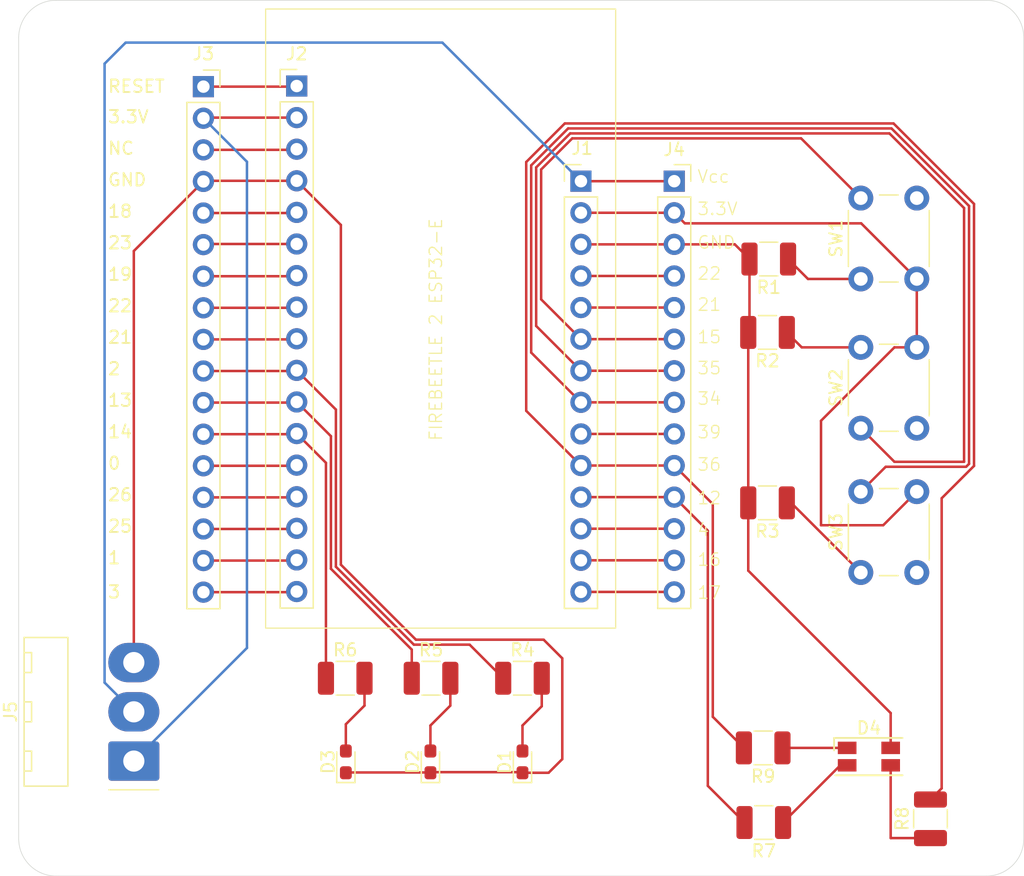
<source format=kicad_pcb>
(kicad_pcb (version 20240108) (generator "pcbnew") (generator_version "8.0")
  (layers (0 "F.Cu" signal) (31 "B.Cu" signal) (34 "B.Paste" user) (35 "F.Paste" user) (36 "B.SilkS" user "B.Silkscreen") (37 "F.SilkS" user "F.Silkscreen") (38 "B.Mask" user) (39 "F.Mask" user) (44 "Edge.Cuts" user))
  (net 0 "")
  (net 1 "Net-(D1-A)")
  (net 2 "GND")
  (net 3 "Net-(D2-A)")
  (net 4 "Net-(D3-A)")
  (net 5 "Net-(D4-BA)")
  (net 6 "Net-(D4-RA)")
  (net 7 "/12")
  (net 8 "/34")
  (net 9 "/35")
  (net 10 "/15")
  (net 11 "/17")
  (net 12 "/3.3V")
  (net 13 "/36")
  (net 14 "/16")
  (net 15 "/Vcc")
  (net 16 "/21")
  (net 17 "/22")
  (net 18 "/39")
  (net 19 "/4")
  (net 20 "/13")
  (net 21 "/26")
  (net 22 "/1")
  (net 23 "/RESET")
  (net 24 "/0")
  (net 25 "/nothing")
  (net 26 "/14")
  (net 27 "/3")
  (net 28 "/19")
  (net 29 "/23")
  (net 30 "/25")
  (net 31 "/2")
  (net 32 "/18")
  (net 33 "Net-(D4-GA)")
  (footprint "LED_SMD:LED_0603_1608Metric_Pad1.05x0.95mm_HandSolder" (layer "F.Cu") (at 112.5 98.325 90)
    (property "Reference" "D3" (at 0 -1.43 90) (layer "F.SilkS"))
    (property "Value" "Green")
    (fp_line (start 0.8 -0.735) (end -1.66 -0.735) (stroke (width 0.12)) (layer "F.SilkS"))
    (fp_line (start -1.66 -0.735) (end -1.66 0.735) (stroke (width 0.12)) (layer "F.SilkS"))
    (fp_line (start -1.66 0.735) (end 0.8 0.735) (stroke (width 0.12)) (layer "F.SilkS"))
    (pad "1" smd roundrect (at -0.875 0 90) (size 1.05 0.95) (layers "F.Cu" "F.Paste" "F.Mask") (net 2 "GND"))
    (pad "2" smd roundrect (at 0.875 0 90) (size 1.05 0.95) (layers "F.Cu" "F.Paste" "F.Mask") (net 4 "Net-(D3-A)"))
  )
  (footprint "Button_Switch_THT:SW_PUSH_6mm" (layer "F.Cu") (at 153.9 59.5 90)
    (property "Reference" "SW1" (at 3.25 -2 90) (layer "F.SilkS"))
    (property "Value" "Front-to-Back")
    (fp_line (start 5.5 -1) (end 1 -1) (stroke (width 0.12)) (layer "F.SilkS"))
    (fp_line (start -0.25 1.5) (end -0.25 3) (stroke (width 0.12)) (layer "F.SilkS"))
    (fp_line (start 6.75 3) (end 6.75 1.5) (stroke (width 0.12)) (layer "F.SilkS"))
    (fp_line (start 1 5.5) (end 5.5 5.5) (stroke (width 0.12)) (layer "F.SilkS"))
    (pad "1" thru_hole circle (at 0 0 180) (size 2 2) (drill 1.1) (layers "*.Cu" "*.Mask") (net 10 "/15"))
    (pad "1" thru_hole circle (at 6.5 0 180) (size 2 2) (drill 1.1) (layers "*.Cu" "*.Mask") (net 10 "/15"))
    (pad "2" thru_hole circle (at 0 4.5 180) (size 2 2) (drill 1.1) (layers "*.Cu" "*.Mask") (net 12 "/3.3V"))
    (pad "2" thru_hole circle (at 6.5 4.5 180) (size 2 2) (drill 1.1) (layers "*.Cu" "*.Mask") (net 12 "/3.3V"))
  )
  (footprint "Button_Switch_THT:SW_PUSH_6mm" (layer "F.Cu") (at 153.9 71.5 90)
    (property "Reference" "SW2" (at 3.25 -2 90) (layer "F.SilkS"))
    (property "Value" "Back-to-Front")
    (fp_line (start 5.5 -1) (end 1 -1) (stroke (width 0.12)) (layer "F.SilkS"))
    (fp_line (start -0.25 1.5) (end -0.25 3) (stroke (width 0.12)) (layer "F.SilkS"))
    (fp_line (start 6.75 3) (end 6.75 1.5) (stroke (width 0.12)) (layer "F.SilkS"))
    (fp_line (start 1 5.5) (end 5.5 5.5) (stroke (width 0.12)) (layer "F.SilkS"))
    (pad "1" thru_hole circle (at 0 0 180) (size 2 2) (drill 1.1) (layers "*.Cu" "*.Mask") (net 9 "/35"))
    (pad "1" thru_hole circle (at 6.5 0 180) (size 2 2) (drill 1.1) (layers "*.Cu" "*.Mask") (net 9 "/35"))
    (pad "2" thru_hole circle (at 0 4.5 180) (size 2 2) (drill 1.1) (layers "*.Cu" "*.Mask") (net 12 "/3.3V"))
    (pad "2" thru_hole circle (at 6.5 4.5 180) (size 2 2) (drill 1.1) (layers "*.Cu" "*.Mask") (net 12 "/3.3V"))
  )
  (footprint "Resistor_SMD:R_1210_3225Metric_Pad1.30x2.65mm_HandSolder" (layer "F.Cu") (at 146.1 103.2 180)
    (property "Reference" "R7" (at 0 -2.28 0) (layer "F.SilkS"))
    (property "Value" "32.5 Ω")
    (fp_line (start -0.723737 1.355) (end 0.723737 1.355) (stroke (width 0.12)) (layer "F.SilkS"))
    (fp_line (start -0.723737 -1.355) (end 0.723737 -1.355) (stroke (width 0.12)) (layer "F.SilkS"))
    (pad "1" smd roundrect (at -1.55 0 180) (size 1.3 2.65) (layers "F.Cu" "F.Paste" "F.Mask") (roundrect_rratio 0.192308) (net 6 "Net-(D4-RA)"))
    (pad "2" smd roundrect (at 1.55 0 180) (size 1.3 2.65) (layers "F.Cu" "F.Paste" "F.Mask") (roundrect_rratio 0.192308) (net 18 "/39"))
  )
  (footprint "Resistor_SMD:R_1210_3225Metric_Pad1.30x2.65mm_HandSolder" (layer "F.Cu") (at 126.7 91.6)
    (property "Reference" "R4" (at 0 -2.28 0) (layer "F.SilkS"))
    (property "Value" "32.5 Ω")
    (fp_line (start -0.723737 -1.355) (end 0.723737 -1.355) (stroke (width 0.12)) (layer "F.SilkS"))
    (fp_line (start -0.723737 1.355) (end 0.723737 1.355) (stroke (width 0.12)) (layer "F.SilkS"))
    (pad "1" smd roundrect (at -1.55 0) (size 1.3 2.65) (layers "F.Cu" "F.Paste" "F.Mask") (roundrect_rratio 0.192308) (net 31 "/2"))
    (pad "2" smd roundrect (at 1.55 0) (size 1.3 2.65) (layers "F.Cu" "F.Paste" "F.Mask") (roundrect_rratio 0.192308) (net 1 "Net-(D1-A)"))
  )
  (footprint "Connector_PinHeader_2.54mm:PinHeader_1x17_P2.54mm_Vertical" (layer "F.Cu") (at 108.55 43.99)
    (property "Reference" "J2" (at 0 -2.59 0) (layer "F.SilkS"))
    (property "Value" "ESP32_Firebeetle_2 input - left")
    (fp_line (start -1.33 -1.33) (end 0 -1.33) (stroke (width 0.12)) (layer "F.SilkS"))
    (fp_line (start -1.33 0) (end -1.33 -1.33) (stroke (width 0.12)) (layer "F.SilkS"))
    (fp_line (start -1.33 1.27) (end -1.33 41.97) (stroke (width 0.12)) (layer "F.SilkS"))
    (fp_line (start -1.33 1.27) (end 1.33 1.27) (stroke (width 0.12)) (layer "F.SilkS"))
    (fp_line (start -1.33 41.97) (end 1.33 41.97) (stroke (width 0.12)) (layer "F.SilkS"))
    (fp_line (start 1.33 1.27) (end 1.33 41.97) (stroke (width 0.12)) (layer "F.SilkS"))
    (pad "1" thru_hole rect (at 0 0) (size 1.7 1.7) (drill 1) (layers "*.Cu" "*.Mask") (net 23 "/RESET"))
    (pad "2" thru_hole oval (at 0 2.54) (size 1.7 1.7) (drill 1) (layers "*.Cu" "*.Mask") (net 12 "/3.3V"))
    (pad "3" thru_hole oval (at 0 5.08) (size 1.7 1.7) (drill 1) (layers "*.Cu" "*.Mask") (net 25 "/nothing"))
    (pad "4" thru_hole oval (at 0 7.62) (size 1.7 1.7) (drill 1) (layers "*.Cu" "*.Mask") (net 2 "GND"))
    (pad "5" thru_hole oval (at 0 10.16) (size 1.7 1.7) (drill 1) (layers "*.Cu" "*.Mask") (net 32 "/18"))
    (pad "6" thru_hole oval (at 0 12.7) (size 1.7 1.7) (drill 1) (layers "*.Cu" "*.Mask") (net 29 "/23"))
    (pad "7" thru_hole oval (at 0 15.24) (size 1.7 1.7) (drill 1) (layers "*.Cu" "*.Mask") (net 28 "/19"))
    (pad "8" thru_hole oval (at 0 17.78) (size 1.7 1.7) (drill 1) (layers "*.Cu" "*.Mask") (net 17 "/22"))
    (pad "9" thru_hole oval (at 0 20.32) (size 1.7 1.7) (drill 1) (layers "*.Cu" "*.Mask") (net 16 "/21"))
    (pad "10" thru_hole oval (at 0 22.86) (size 1.7 1.7) (drill 1) (layers "*.Cu" "*.Mask") (net 31 "/2"))
    (pad "11" thru_hole oval (at 0 25.4) (size 1.7 1.7) (drill 1) (layers "*.Cu" "*.Mask") (net 20 "/13"))
    (pad "12" thru_hole oval (at 0 27.94) (size 1.7 1.7) (drill 1) (layers "*.Cu" "*.Mask") (net 26 "/14"))
    (pad "13" thru_hole oval (at 0 30.48) (size 1.7 1.7) (drill 1) (layers "*.Cu" "*.Mask") (net 24 "/0"))
    (pad "14" thru_hole oval (at 0 33.02) (size 1.7 1.7) (drill 1) (layers "*.Cu" "*.Mask") (net 21 "/26"))
    (pad "15" thru_hole oval (at 0 35.56) (size 1.7 1.7) (drill 1) (layers "*.Cu" "*.Mask") (net 30 "/25"))
    (pad "16" thru_hole oval (at 0 38.1) (size 1.7 1.7) (drill 1) (layers "*.Cu" "*.Mask") (net 22 "/1"))
    (pad "17" thru_hole oval (at 0 40.64) (size 1.7 1.7) (drill 1) (layers "*.Cu" "*.Mask") (net 27 "/3"))
  )
  (footprint "Resistor_SMD:R_1210_3225Metric_Pad1.30x2.65mm_HandSolder" (layer "F.Cu") (at 146.05 97.2 180)
    (property "Reference" "R9" (at 0 -2.28 0) (layer "F.SilkS"))
    (property "Value" "32.5 Ω")
    (fp_line (start -0.723737 1.355) (end 0.723737 1.355) (stroke (width 0.12)) (layer "F.SilkS"))
    (fp_line (start -0.723737 -1.355) (end 0.723737 -1.355) (stroke (width 0.12)) (layer "F.SilkS"))
    (pad "1" smd roundrect (at -1.55 0 180) (size 1.3 2.65) (layers "F.Cu" "F.Paste" "F.Mask") (roundrect_rratio 0.192308) (net 5 "Net-(D4-BA)"))
    (pad "2" smd roundrect (at 1.55 0 180) (size 1.3 2.65) (layers "F.Cu" "F.Paste" "F.Mask") (roundrect_rratio 0.192308) (net 7 "/12"))
  )
  (footprint "LED_SMD:LED_0603_1608Metric_Pad1.05x0.95mm_HandSolder" (layer "F.Cu") (at 126.7 98.325 90)
    (property "Reference" "D1" (at 0 -1.43 90) (layer "F.SilkS"))
    (property "Value" "Yellow")
    (fp_line (start 0.8 -0.735) (end -1.66 -0.735) (stroke (width 0.12)) (layer "F.SilkS"))
    (fp_line (start -1.66 -0.735) (end -1.66 0.735) (stroke (width 0.12)) (layer "F.SilkS"))
    (fp_line (start -1.66 0.735) (end 0.8 0.735) (stroke (width 0.12)) (layer "F.SilkS"))
    (pad "1" smd roundrect (at -0.875 0 90) (size 1.05 0.95) (layers "F.Cu" "F.Paste" "F.Mask") (net 2 "GND"))
    (pad "2" smd roundrect (at 0.875 0 90) (size 1.05 0.95) (layers "F.Cu" "F.Paste" "F.Mask") (net 1 "Net-(D1-A)"))
  )
  (footprint "Connector_Molex:Molex_KK-396_A-41792-0003_1x03_P3.96mm_Horizontal" (layer "F.Cu") (at 95.455 98.26 90)
    (property "Reference" "J5" (at 3.96 -9.91 90) (layer "F.SilkS"))
    (property "Value" "Power Supply")
    (fp_line (start 9.935 -8.82) (end 9.935 -5.3) (stroke (width 0.12)) (layer "F.SilkS"))
    (fp_line (start 7.12 -8.82) (end 7.12 -8.22) (stroke (width 0.12)) (layer "F.SilkS"))
    (fp_line (start 3.16 -8.82) (end 3.16 -8.22) (stroke (width 0.12)) (layer "F.SilkS"))
    (fp_line (start -0.8 -8.82) (end -0.8 -8.22) (stroke (width 0.12)) (layer "F.SilkS"))
    (fp_line (start -2.015 -8.82) (end 9.935 -8.82) (stroke (width 0.12)) (layer "F.SilkS"))
    (fp_line (start 8.72 -8.22) (end 8.72 -8.82) (stroke (width 0.12)) (layer "F.SilkS"))
    (fp_line (start 7.12 -8.22) (end 8.72 -8.22) (stroke (width 0.12)) (layer "F.SilkS"))
    (fp_line (start 4.76 -8.22) (end 4.76 -8.82) (stroke (width 0.12)) (layer "F.SilkS"))
    (fp_line (start 3.16 -8.22) (end 4.76 -8.22) (stroke (width 0.12)) (layer "F.SilkS"))
    (fp_line (start 0.8 -8.22) (end 0.8 -8.82) (stroke (width 0.12)) (layer "F.SilkS"))
    (fp_line (start -0.8 -8.22) (end 0.8 -8.22) (stroke (width 0.12)) (layer "F.SilkS"))
    (fp_line (start 9.935 -5.3) (end -2.015 -5.3) (stroke (width 0.12)) (layer "F.SilkS"))
    (fp_line (start -2.015 -5.3) (end -2.015 -8.82) (stroke (width 0.12)) (layer "F.SilkS"))
    (fp_line (start -2.305 -2) (end -2.305 2) (stroke (width 0.12)) (layer "F.SilkS"))
    (pad "1" thru_hole roundrect (at 0 0 90) (size 3.16 4.1) (drill 1.7) (layers "*.Cu" "*.Mask") (roundrect_rratio 0.079114) (net 12 "/3.3V"))
    (pad "2" thru_hole oval (at 3.96 0 90) (size 3.16 4.1) (drill 1.7) (layers "*.Cu" "*.Mask") (net 15 "/Vcc"))
    (pad "3" thru_hole oval (at 7.92 0 90) (size 3.16 4.1) (drill 1.7) (layers "*.Cu" "*.Mask") (net 2 "GND"))
  )
  (footprint "Resistor_SMD:R_1210_3225Metric_Pad1.30x2.65mm_HandSolder" (layer "F.Cu") (at 112.45 91.6)
    (property "Reference" "R6" (at 0 -2.28 0) (layer "F.SilkS"))
    (property "Value" "32.5 Ω")
    (fp_line (start -0.723737 -1.355) (end 0.723737 -1.355) (stroke (width 0.12)) (layer "F.SilkS"))
    (fp_line (start -0.723737 1.355) (end 0.723737 1.355) (stroke (width 0.12)) (layer "F.SilkS"))
    (pad "1" smd roundrect (at -1.55 0) (size 1.3 2.65) (layers "F.Cu" "F.Paste" "F.Mask") (roundrect_rratio 0.192308) (net 26 "/14"))
    (pad "2" smd roundrect (at 1.55 0) (size 1.3 2.65) (layers "F.Cu" "F.Paste" "F.Mask") (roundrect_rratio 0.192308) (net 4 "Net-(D3-A)"))
  )
  (footprint "LED_SMD:LED_0603_1608Metric_Pad1.05x0.95mm_HandSolder" (layer "F.Cu") (at 119.3 98.325 90)
    (property "Reference" "D2" (at 0 -1.43 90) (layer "F.SilkS"))
    (property "Value" "Red")
    (fp_line (start 0.8 -0.735) (end -1.66 -0.735) (stroke (width 0.12)) (layer "F.SilkS"))
    (fp_line (start -1.66 -0.735) (end -1.66 0.735) (stroke (width 0.12)) (layer "F.SilkS"))
    (fp_line (start -1.66 0.735) (end 0.8 0.735) (stroke (width 0.12)) (layer "F.SilkS"))
    (pad "1" smd roundrect (at -0.875 0 90) (size 1.05 0.95) (layers "F.Cu" "F.Paste" "F.Mask") (net 2 "GND"))
    (pad "2" smd roundrect (at 0.875 0 90) (size 1.05 0.95) (layers "F.Cu" "F.Paste" "F.Mask") (net 3 "Net-(D2-A)"))
  )
  (footprint "Resistor_SMD:R_1210_3225Metric_Pad1.30x2.65mm_HandSolder" (layer "F.Cu") (at 159.5 102.9 90)
    (property "Reference" "R8" (at 0 -2.28 90) (layer "F.SilkS"))
    (property "Value" "32.5 Ω")
    (fp_line (start -0.723737 -1.355) (end 0.723737 -1.355) (stroke (width 0.12)) (layer "F.SilkS"))
    (fp_line (start -0.723737 1.355) (end 0.723737 1.355) (stroke (width 0.12)) (layer "F.SilkS"))
    (pad "1" smd roundrect (at -1.55 0 90) (size 1.3 2.65) (layers "F.Cu" "F.Paste" "F.Mask") (roundrect_rratio 0.192308) (net 33 "Net-(D4-GA)"))
    (pad "2" smd roundrect (at 1.55 0 90) (size 1.3 2.65) (layers "F.Cu" "F.Paste" "F.Mask") (roundrect_rratio 0.192308) (net 13 "/36"))
  )
  (footprint "Resistor_SMD:R_1210_3225Metric_Pad1.30x2.65mm_HandSolder" (layer "F.Cu") (at 146.4 77.5 180)
    (property "Reference" "R3" (at 0 -2.28 0) (layer "F.SilkS"))
    (property "Value" "10 kΩ")
    (fp_line (start -0.723737 1.355) (end 0.723737 1.355) (stroke (width 0.12)) (layer "F.SilkS"))
    (fp_line (start -0.723737 -1.355) (end 0.723737 -1.355) (stroke (width 0.12)) (layer "F.SilkS"))
    (pad "1" smd roundrect (at -1.55 0 180) (size 1.3 2.65) (layers "F.Cu" "F.Paste" "F.Mask") (roundrect_rratio 0.192308) (net 8 "/34"))
    (pad "2" smd roundrect (at 1.55 0 180) (size 1.3 2.65) (layers "F.Cu" "F.Paste" "F.Mask") (roundrect_rratio 0.192308) (net 2 "GND"))
  )
  (footprint "Button_Switch_THT:SW_PUSH_6mm" (layer "F.Cu") (at 153.9 83.1 90)
    (property "Reference" "SW3" (at 3.25 -2 90) (layer "F.SilkS"))
    (property "Value" "Cancel button")
    (fp_line (start 5.5 -1) (end 1 -1) (stroke (width 0.12)) (layer "F.SilkS"))
    (fp_line (start -0.25 1.5) (end -0.25 3) (stroke (width 0.12)) (layer "F.SilkS"))
    (fp_line (start 6.75 3) (end 6.75 1.5) (stroke (width 0.12)) (layer "F.SilkS"))
    (fp_line (start 1 5.5) (end 5.5 5.5) (stroke (width 0.12)) (layer "F.SilkS"))
    (pad "1" thru_hole circle (at 0 0 180) (size 2 2) (drill 1.1) (layers "*.Cu" "*.Mask") (net 8 "/34"))
    (pad "1" thru_hole circle (at 6.5 0 180) (size 2 2) (drill 1.1) (layers "*.Cu" "*.Mask") (net 8 "/34"))
    (pad "2" thru_hole circle (at 0 4.5 180) (size 2 2) (drill 1.1) (layers "*.Cu" "*.Mask") (net 12 "/3.3V"))
    (pad "2" thru_hole circle (at 6.5 4.5 180) (size 2 2) (drill 1.1) (layers "*.Cu" "*.Mask") (net 12 "/3.3V"))
  )
  (footprint "Connector_PinSocket_2.54mm:PinSocket_1x17_P2.54mm_Vertical" (layer "F.Cu") (at 101.05 44.04)
    (property "Reference" "J3" (at 0 -2.64 0) (layer "F.SilkS"))
    (property "Value" "ESP32_Firebeetle_2 output - left")
    (fp_line (start -1.33 1.27) (end -1.33 41.97) (stroke (width 0.12)) (layer "F.SilkS"))
    (fp_line (start -1.33 1.27) (end 1.33 1.27) (stroke (width 0.12)) (layer "F.SilkS"))
    (fp_line (start -1.33 41.97) (end 1.33 41.97) (stroke (width 0.12)) (layer "F.SilkS"))
    (fp_line (start 0 -1.33) (end 1.33 -1.33) (stroke (width 0.12)) (layer "F.SilkS"))
    (fp_line (start 1.33 -1.33) (end 1.33 0) (stroke (width 0.12)) (layer "F.SilkS"))
    (fp_line (start 1.33 1.27) (end 1.33 41.97) (stroke (width 0.12)) (layer "F.SilkS"))
    (pad "1" thru_hole rect (at 0 0) (size 1.7 1.7) (drill 1) (layers "*.Cu" "*.Mask") (net 23 "/RESET"))
    (pad "2" thru_hole oval (at 0 2.54) (size 1.7 1.7) (drill 1) (layers "*.Cu" "*.Mask") (net 12 "/3.3V"))
    (pad "3" thru_hole oval (at 0 5.08) (size 1.7 1.7) (drill 1) (layers "*.Cu" "*.Mask") (net 25 "/nothing"))
    (pad "4" thru_hole oval (at 0 7.62) (size 1.7 1.7) (drill 1) (layers "*.Cu" "*.Mask") (net 2 "GND"))
    (pad "5" thru_hole oval (at 0 10.16) (size 1.7 1.7) (drill 1) (layers "*.Cu" "*.Mask") (net 32 "/18"))
    (pad "6" thru_hole oval (at 0 12.7) (size 1.7 1.7) (drill 1) (layers "*.Cu" "*.Mask") (net 29 "/23"))
    (pad "7" thru_hole oval (at 0 15.24) (size 1.7 1.7) (drill 1) (layers "*.Cu" "*.Mask") (net 28 "/19"))
    (pad "8" thru_hole oval (at 0 17.78) (size 1.7 1.7) (drill 1) (layers "*.Cu" "*.Mask") (net 17 "/22"))
    (pad "9" thru_hole oval (at 0 20.32) (size 1.7 1.7) (drill 1) (layers "*.Cu" "*.Mask") (net 16 "/21"))
    (pad "10" thru_hole oval (at 0 22.86) (size 1.7 1.7) (drill 1) (layers "*.Cu" "*.Mask") (net 31 "/2"))
    (pad "11" thru_hole oval (at 0 25.4) (size 1.7 1.7) (drill 1) (layers "*.Cu" "*.Mask") (net 20 "/13"))
    (pad "12" thru_hole oval (at 0 27.94) (size 1.7 1.7) (drill 1) (layers "*.Cu" "*.Mask") (net 26 "/14"))
    (pad "13" thru_hole oval (at 0 30.48) (size 1.7 1.7) (drill 1) (layers "*.Cu" "*.Mask") (net 24 "/0"))
    (pad "14" thru_hole oval (at 0 33.02) (size 1.7 1.7) (drill 1) (layers "*.Cu" "*.Mask") (net 21 "/26"))
    (pad "15" thru_hole oval (at 0 35.56) (size 1.7 1.7) (drill 1) (layers "*.Cu" "*.Mask") (net 30 "/25"))
    (pad "16" thru_hole oval (at 0 38.1) (size 1.7 1.7) (drill 1) (layers "*.Cu" "*.Mask") (net 22 "/1"))
    (pad "17" thru_hole oval (at 0 40.64) (size 1.7 1.7) (drill 1) (layers "*.Cu" "*.Mask") (net 27 "/3"))
  )
  (footprint "Resistor_SMD:R_1210_3225Metric_Pad1.30x2.65mm_HandSolder" (layer "F.Cu") (at 119.35 91.6)
    (property "Reference" "R5" (at 0 -2.28 0) (layer "F.SilkS"))
    (property "Value" "32.5 Ω")
    (fp_line (start -0.723737 -1.355) (end 0.723737 -1.355) (stroke (width 0.12)) (layer "F.SilkS"))
    (fp_line (start -0.723737 1.355) (end 0.723737 1.355) (stroke (width 0.12)) (layer "F.SilkS"))
    (pad "1" smd roundrect (at -1.55 0) (size 1.3 2.65) (layers "F.Cu" "F.Paste" "F.Mask") (roundrect_rratio 0.192308) (net 20 "/13"))
    (pad "2" smd roundrect (at 1.55 0) (size 1.3 2.65) (layers "F.Cu" "F.Paste" "F.Mask") (roundrect_rratio 0.192308) (net 3 "Net-(D2-A)"))
  )
  (footprint "Resistor_SMD:R_1210_3225Metric_Pad1.30x2.65mm_HandSolder" (layer "F.Cu") (at 146.5 57.9 180)
    (property "Reference" "R1" (at 0 -2.28 0) (layer "F.SilkS"))
    (property "Value" "10 kΩ")
    (fp_line (start -0.723737 1.355) (end 0.723737 1.355) (stroke (width 0.12)) (layer "F.SilkS"))
    (fp_line (start -0.723737 -1.355) (end 0.723737 -1.355) (stroke (width 0.12)) (layer "F.SilkS"))
    (pad "1" smd roundrect (at -1.55 0 180) (size 1.3 2.65) (layers "F.Cu" "F.Paste" "F.Mask") (roundrect_rratio 0.192308) (net 10 "/15"))
    (pad "2" smd roundrect (at 1.55 0 180) (size 1.3 2.65) (layers "F.Cu" "F.Paste" "F.Mask") (roundrect_rratio 0.192308) (net 2 "GND"))
  )
  (footprint "Connector_PinHeader_2.54mm:PinHeader_1x14_P2.54mm_Vertical" (layer "F.Cu") (at 131.4 51.64)
    (property "Reference" "J1" (at 0.1 -2.64 0) (layer "F.SilkS"))
    (property "Value" "ESP32_Firebeetle_2 input - right")
    (fp_line (start -1.33 -1.33) (end 0 -1.33) (stroke (width 0.12)) (layer "F.SilkS"))
    (fp_line (start -1.33 0) (end -1.33 -1.33) (stroke (width 0.12)) (layer "F.SilkS"))
    (fp_line (start -1.33 1.27) (end -1.33 34.35) (stroke (width 0.12)) (layer "F.SilkS"))
    (fp_line (start -1.33 1.27) (end 1.33 1.27) (stroke (width 0.12)) (layer "F.SilkS"))
    (fp_line (start -1.33 34.35) (end 1.33 34.35) (stroke (width 0.12)) (layer "F.SilkS"))
    (fp_line (start 1.33 1.27) (end 1.33 34.35) (stroke (width 0.12)) (layer "F.SilkS"))
    (pad "1" thru_hole rect (at 0 0) (size 1.7 1.7) (drill 1) (layers "*.Cu" "*.Mask") (net 15 "/Vcc"))
    (pad "2" thru_hole oval (at 0 2.54) (size 1.7 1.7) (drill 1) (layers "*.Cu" "*.Mask") (net 12 "/3.3V"))
    (pad "3" thru_hole oval (at 0 5.08) (size 1.7 1.7) (drill 1) (layers "*.Cu" "*.Mask") (net 2 "GND"))
    (pad "4" thru_hole oval (at 0 7.62) (size 1.7 1.7) (drill 1) (layers "*.Cu" "*.Mask") (net 17 "/22"))
    (pad "5" thru_hole oval (at 0 10.16) (size 1.7 1.7) (drill 1) (layers "*.Cu" "*.Mask") (net 16 "/21"))
    (pad "6" thru_hole oval (at 0 12.7) (size 1.7 1.7) (drill 1) (layers "*.Cu" "*.Mask") (net 10 "/15"))
    (pad "7" thru_hole oval (at 0 15.24) (size 1.7 1.7) (drill 1) (layers "*.Cu" "*.Mask") (net 9 "/35"))
    (pad "8" thru_hole oval (at 0 17.78) (size 1.7 1.7) (drill 1) (layers "*.Cu" "*.Mask") (net 8 "/34"))
    (pad "9" thru_hole oval (at 0 20.32) (size 1.7 1.7) (drill 1) (layers "*.Cu" "*.Mask") (net 18 "/39"))
    (pad "10" thru_hole oval (at 0 22.86) (size 1.7 1.7) (drill 1) (layers "*.Cu" "*.Mask") (net 13 "/36"))
    (pad "11" thru_hole oval (at 0 25.4) (size 1.7 1.7) (drill 1) (layers "*.Cu" "*.Mask") (net 7 "/12"))
    (pad "12" thru_hole oval (at 0 27.94) (size 1.7 1.7) (drill 1) (layers "*.Cu" "*.Mask") (net 19 "/4"))
    (pad "13" thru_hole oval (at 0 30.48) (size 1.7 1.7) (drill 1) (layers "*.Cu" "*.Mask") (net 14 "/16"))
    (pad "14" thru_hole oval (at 0 33.02) (size 1.7 1.7) (drill 1) (layers "*.Cu" "*.Mask") (net 11 "/17"))
  )
  (footprint "Connector_PinSocket_2.54mm:PinSocket_1x14_P2.54mm_Vertical" (layer "F.Cu") (at 138.9 51.64)
    (property "Reference" "J4" (at 0 -2.54 0) (layer "F.SilkS"))
    (property "Value" "ESP32_Firebeetle_2 output - right")
    (fp_line (start -1.33 1.27) (end -1.33 34.35) (stroke (width 0.12)) (layer "F.SilkS"))
    (fp_line (start -1.33 1.27) (end 1.33 1.27) (stroke (width 0.12)) (layer "F.SilkS"))
    (fp_line (start -1.33 34.35) (end 1.33 34.35) (stroke (width 0.12)) (layer "F.SilkS"))
    (fp_line (start 0 -1.33) (end 1.33 -1.33) (stroke (width 0.12)) (layer "F.SilkS"))
    (fp_line (start 1.33 -1.33) (end 1.33 0) (stroke (width 0.12)) (layer "F.SilkS"))
    (fp_line (start 1.33 1.27) (end 1.33 34.35) (stroke (width 0.12)) (layer "F.SilkS"))
    (pad "1" thru_hole rect (at 0 0) (size 1.7 1.7) (drill 1) (layers "*.Cu" "*.Mask") (net 15 "/Vcc"))
    (pad "2" thru_hole oval (at 0 2.54) (size 1.7 1.7) (drill 1) (layers "*.Cu" "*.Mask") (net 12 "/3.3V"))
    (pad "3" thru_hole oval (at 0 5.08) (size 1.7 1.7) (drill 1) (layers "*.Cu" "*.Mask") (net 2 "GND"))
    (pad "4" thru_hole oval (at 0 7.62) (size 1.7 1.7) (drill 1) (layers "*.Cu" "*.Mask") (net 17 "/22"))
    (pad "5" thru_hole oval (at 0 10.16) (size 1.7 1.7) (drill 1) (layers "*.Cu" "*.Mask") (net 16 "/21"))
    (pad "6" thru_hole oval (at 0 12.7) (size 1.7 1.7) (drill 1) (layers "*.Cu" "*.Mask") (net 10 "/15"))
    (pad "7" thru_hole oval (at 0 15.24) (size 1.7 1.7) (drill 1) (layers "*.Cu" "*.Mask") (net 9 "/35"))
    (pad "8" thru_hole oval (at 0 17.78) (size 1.7 1.7) (drill 1) (layers "*.Cu" "*.Mask") (net 8 "/34"))
    (pad "9" thru_hole oval (at 0 20.32) (size 1.7 1.7) (drill 1) (layers "*.Cu" "*.Mask") (net 18 "/39"))
    (pad "10" thru_hole oval (at 0 22.86) (size 1.7 1.7) (drill 1) (layers "*.Cu" "*.Mask") (net 13 "/36"))
    (pad "11" thru_hole oval (at 0 25.4) (size 1.7 1.7) (drill 1) (layers "*.Cu" "*.Mask") (net 7 "/12"))
    (pad "12" thru_hole oval (at 0 27.94) (size 1.7 1.7) (drill 1) (layers "*.Cu" "*.Mask") (net 19 "/4"))
    (pad "13" thru_hole oval (at 0 30.48) (size 1.7 1.7) (drill 1) (layers "*.Cu" "*.Mask") (net 14 "/16"))
    (pad "14" thru_hole oval (at 0 33.02) (size 1.7 1.7) (drill 1) (layers "*.Cu" "*.Mask") (net 11 "/17"))
  )
  (footprint "LED_SMD:LED_RGB_1210" (layer "F.Cu") (at 154.55 97.9)
    (property "Reference" "D4" (at 0 -2.3 0) (layer "F.SilkS"))
    (property "Value" "Battery Indicator")
    (fp_line (start -2.8 -0.5) (end -2.8 -1.5) (stroke (width 0.15)) (layer "F.SilkS"))
    (fp_line (start 2.7 -1.5) (end -2.8 -1.5) (stroke (width 0.15)) (layer "F.SilkS"))
    (fp_line (start 2.7 1.5) (end -2.7 1.5) (stroke (width 0.15)) (layer "F.SilkS"))
    (pad "1" smd rect (at -1.75 -0.7 180) (size 1.5 1) (layers "F.Cu" "F.Paste" "F.Mask") (net 5 "Net-(D4-BA)"))
    (pad "2" smd rect (at -1.75 0.7 180) (size 1.5 1) (layers "F.Cu" "F.Paste" "F.Mask") (net 6 "Net-(D4-RA)"))
    (pad "3" smd rect (at 1.75 0.7 180) (size 1.5 1) (layers "F.Cu" "F.Paste" "F.Mask") (net 33 "Net-(D4-GA)"))
    (pad "4" smd rect (at 1.75 -0.7 180) (size 1.5 1) (layers "F.Cu" "F.Paste" "F.Mask") (net 2 "GND"))
  )
  (footprint "Resistor_SMD:R_1210_3225Metric_Pad1.30x2.65mm_HandSolder" (layer "F.Cu") (at 146.4 63.8 180)
    (property "Reference" "R2" (at 0 -2.28 0) (layer "F.SilkS"))
    (property "Value" "10 kΩ")
    (fp_line (start -0.723737 1.355) (end 0.723737 1.355) (stroke (width 0.12)) (layer "F.SilkS"))
    (fp_line (start -0.723737 -1.355) (end 0.723737 -1.355) (stroke (width 0.12)) (layer "F.SilkS"))
    (pad "1" smd roundrect (at -1.55 0 180) (size 1.3 2.65) (layers "F.Cu" "F.Paste" "F.Mask") (roundrect_rratio 0.192308) (net 9 "/35"))
    (pad "2" smd roundrect (at 1.55 0 180) (size 1.3 2.65) (layers "F.Cu" "F.Paste" "F.Mask") (roundrect_rratio 0.192308) (net 2 "GND"))
  )
  (gr_rect (start 106.05 37.8) (end 134.19 87.57) (stroke (width 0.1)) (fill none) (layer "F.SilkS"))
  (gr_arc (start 89.2 107.5) (mid 87.07868 106.62132) (end 86.2 104.5) (stroke (width 0.05)) (layer "Edge.Cuts"))
  (gr_arc (start 86.2 40.1) (mid 87.07868 37.97868) (end 89.2 37.1) (stroke (width 0.05)) (layer "Edge.Cuts"))
  (gr_line (start 167 40.1) (end 167 104.5) (stroke (width 0.05)) (layer "Edge.Cuts"))
  (gr_line (start 164 107.5) (end 89.2 107.5) (stroke (width 0.05)) (layer "Edge.Cuts"))
  (gr_arc (start 164 37.1) (mid 166.12132 37.97868) (end 167 40.1) (stroke (width 0.05)) (layer "Edge.Cuts"))
  (gr_line (start 86.2 104.5) (end 86.2 40.1) (stroke (width 0.05)) (layer "Edge.Cuts"))
  (gr_line (start 89.2 37.1) (end 164 37.1) (stroke (width 0.05)) (layer "Edge.Cuts"))
  (gr_arc (start 167 104.5) (mid 166.12132 106.62132) (end 164 107.5) (stroke (width 0.05)) (layer "Edge.Cuts"))
  (gr_text "RESET" (at 93.3 44.6 0) (layer "F.SilkS") (effects (font (size 1 1)) (justify left bottom)))
  (gr_text "15" (at 140.7 64.75 0) (layer "F.SilkS") (effects (font (size 1 1) (thickness 0.1)) (justify left bottom)))
  (gr_text "21" (at 140.7 62.15 0) (layer "F.SilkS") (effects (font (size 1 1) (thickness 0.1)) (justify left bottom)))
  (gr_text "GND" (at 140.7 57.15 0) (layer "F.SilkS") (effects (font (size 1 1) (thickness 0.1)) (justify left bottom)))
  (gr_text "Vcc\n" (at 140.7 51.85 0) (layer "F.SilkS") (effects (font (size 1 1) (thickness 0.1)) (justify left bottom)))
  (gr_text "22" (at 140.7 59.65 0) (layer "F.SilkS") (effects (font (size 1 1) (thickness 0.1)) (justify left bottom)))
  (gr_text "NC\n" (at 93.3 49.582142 0) (layer "F.SilkS") (effects (font (size 1 1)) (justify left bottom)))
  (gr_text "18" (at 93.3 54.646426 0) (layer "F.SilkS") (effects (font (size 1 1)) (justify left bottom)))
  (gr_text "22" (at 93.3 62.242852 0) (layer "F.SilkS") (effects (font (size 1 1)) (justify left bottom)))
  (gr_text "21" (at 93.3 64.774994 0) (layer "F.SilkS") (effects (font (size 1 1)) (justify left bottom)))
  (gr_text "34" (at 140.7 69.7 0) (layer "F.SilkS") (effects (font (size 1 1) (thickness 0.1)) (justify left bottom)))
  (gr_text "12" (at 140.7 77.7 0) (layer "F.SilkS") (effects (font (size 1 1) (thickness 0.1)) (justify left bottom)))
  (gr_text "4" (at 140.7 80.25 0) (layer "F.SilkS") (effects (font (size 1 1) (thickness 0.1)) (justify left bottom)))
  (gr_text "23" (at 93.3 57.178568 0) (layer "F.SilkS") (effects (font (size 1 1)) (justify left bottom)))
  (gr_text "19" (at 93.3 59.71071 0) (layer "F.SilkS") (effects (font (size 1 1)) (justify left bottom)))
  (gr_text "13\n" (at 93.3 69.839278 0) (layer "F.SilkS") (effects (font (size 1 1)) (justify left bottom)))
  (gr_text "35" (at 140.7 67.25 0) (layer "F.SilkS") (effects (font (size 1 1) (thickness 0.1)) (justify left bottom)))
  (gr_text "GND" (at 93.3 52.114284 0) (layer "F.SilkS") (effects (font (size 1 1)) (justify left bottom)))
  (gr_text "FIREBEETLE 2 ESP32-E" (at 120.32 72.59 90) (layer "F.SilkS") (effects (font (size 1 1) (thickness 0.1)) (justify left bottom)))
  (gr_text "26" (at 93.3 77.435704 0) (layer "F.SilkS") (effects (font (size 1 1)) (justify left bottom)))
  (gr_text "0" (at 93.3 74.903562 0) (layer "F.SilkS") (effects (font (size 1 1)) (justify left bottom)))
  (gr_text "2" (at 93.3 67.307136 0) (layer "F.SilkS") (effects (font (size 1 1)) (justify left bottom)))
  (gr_text "14" (at 93.3 72.37142 0) (layer "F.SilkS") (effects (font (size 1 1)) (justify left bottom)))
  (gr_text "36" (at 140.7 75 0) (layer "F.SilkS") (effects (font (size 1 1) (thickness 0.1)) (justify left bottom)))
  (gr_text "16" (at 140.7 82.65 0) (layer "F.SilkS") (effects (font (size 1 1) (thickness 0.1)) (justify left bottom)))
  (gr_text "1" (at 93.3 82.5 0) (layer "F.SilkS") (effects (font (size 1 1)) (justify left bottom)))
  (gr_text "3.3V\n" (at 93.3 47.05 0) (layer "F.SilkS") (effects (font (size 1 1)) (justify left bottom)))
  (gr_text "17" (at 140.7 85.3 0) (layer "F.SilkS") (effects (font (size 1 1) (thickness 0.1)) (justify left bottom)))
  (gr_text "25" (at 93.3 79.967846 0) (layer "F.SilkS") (effects (font (size 1 1)) (justify left bottom)))
  (gr_text "3" (at 93.3 85.25 0) (layer "F.SilkS") (effects (font (size 1 1)) (justify left bottom)))
  (gr_text "39" (at 140.7 72.4 0) (layer "F.SilkS") (effects (font (size 1 1) (thickness 0.1)) (justify left bottom)))
  (gr_text "3.3V" (at 140.7 54.45 0) (layer "F.SilkS") (effects (font (size 1 1) (thickness 0.1)) (justify left bottom)))
  (segment (start 128.25 91.6) (end 128.25 93.85) (width 0.2) (layer "F.Cu") (net 1))
  (segment (start 126.7 95.4) (end 126.7 97.45) (width 0.2) (layer "F.Cu") (net 1))
  (segment (start 128.25 93.85) (end 126.7 95.4) (width 0.2) (layer "F.Cu") (net 1))
  (segment (start 101.1 51.61) (end 101.05 51.66) (width 0.2) (layer "F.Cu") (net 2))
  (segment (start 119.275 99.175) (end 119.3 99.15) (width 0.2) (layer "F.Cu") (net 2))
  (segment (start 144.95 63.7) (end 144.85 63.8) (width 0.2) (layer "F.Cu") (net 2))
  (segment (start 143.77 56.72) (end 138.9 56.72) (width 0.2) (layer "F.Cu") (net 2))
  (segment (start 144.95 57.9) (end 143.77 56.72) (width 0.2) (layer "F.Cu") (net 2))
  (segment (start 126.65 99.15) (end 126.7 99.2) (width 0.2) (layer "F.Cu") (net 2))
  (segment (start 108.55 51.61) (end 101.1 51.61) (width 0.2) (layer "F.Cu") (net 2))
  (segment (start 95.455 57.255) (end 101.05 51.66) (width 0.2) (layer "F.Cu") (net 2))
  (segment (start 144.85 82.95) (end 156.3 94.4) (width 0.2) (layer "F.Cu") (net 2))
  (segment (start 126.7 99.2) (end 128.8 99.2) (width 0.2) (layer "F.Cu") (net 2))
  (segment (start 156.3 94.4) (end 156.3 97.2) (width 0.2) (layer "F.Cu") (net 2))
  (segment (start 128.8 99.2) (end 129.9 98.1) (width 0.2) (layer "F.Cu") (net 2))
  (segment (start 128.4 88.5) (end 118.131371 88.5) (width 0.2) (layer "F.Cu") (net 2))
  (segment (start 112.1 55.16) (end 108.55 51.61) (width 0.2) (layer "F.Cu") (net 2))
  (segment (start 131.4 56.72) (end 138.9 56.72) (width 0.2) (layer "F.Cu") (net 2))
  (segment (start 95.455 90.34) (end 95.455 57.255) (width 0.2) (layer "F.Cu") (net 2))
  (segment (start 119.3 99.15) (end 126.65 99.15) (width 0.2) (layer "F.Cu") (net 2))
  (segment (start 144.85 77.5) (end 144.85 82.95) (width 0.2) (layer "F.Cu") (net 2))
  (segment (start 144.85 63.8) (end 144.85 77.5) (width 0.2) (layer "F.Cu") (net 2))
  (segment (start 144.95 57.9) (end 144.95 63.7) (width 0.2) (layer "F.Cu") (net 2))
  (segment (start 129.9 90) (end 128.4 88.5) (width 0.2) (layer "F.Cu") (net 2))
  (segment (start 112.1 82.468628) (end 112.1 55.16) (width 0.2) (layer "F.Cu") (net 2))
  (segment (start 129.9 98.1) (end 129.9 90) (width 0.2) (layer "F.Cu") (net 2))
  (segment (start 118.131371 88.5) (end 112.1 82.468628) (width 0.2) (layer "F.Cu") (net 2))
  (segment (start 112.5 99.175) (end 119.275 99.175) (width 0.2) (layer "F.Cu") (net 2))
  (segment (start 120.9 93.8) (end 119.3 95.4) (width 0.2) (layer "F.Cu") (net 3))
  (segment (start 120.9 91.6) (end 120.9 93.8) (width 0.2) (layer "F.Cu") (net 3))
  (segment (start 119.3 95.4) (end 119.3 97.4) (width 0.2) (layer "F.Cu") (net 3))
  (segment (start 114 93.8) (end 112.5 95.3) (width 0.2) (layer "F.Cu") (net 4))
  (segment (start 112.5 95.3) (end 112.5 97.425) (width 0.2) (layer "F.Cu") (net 4))
  (segment (start 114 91.6) (end 114 93.8) (width 0.2) (layer "F.Cu") (net 4))
  (segment (start 147.6 97.2) (end 152.8 97.2) (width 0.2) (layer "F.Cu") (net 5))
  (segment (start 152.25 98.6) (end 152.8 98.6) (width 0.2) (layer "F.Cu") (net 6))
  (segment (start 147.65 103.2) (end 152.25 98.6) (width 0.2) (layer "F.Cu") (net 6))
  (segment (start 144.55 103.2) (end 141.6 100.25) (width 0.2) (layer "F.Cu") (net 7))
  (segment (start 141.6 79.74) (end 138.9 77.04) (width 0.2) (layer "F.Cu") (net 7))
  (segment (start 131.4 77.04) (end 138.9 77.04) (width 0.2) (layer "F.Cu") (net 7))
  (segment (start 141.6 100.25) (end 141.6 79.74) (width 0.2) (layer "F.Cu") (net 7))
  (segment (start 162.365685 74.6) (end 162.6 74.365685) (width 0.2) (layer "F.Cu") (net 8))
  (segment (start 127.4 50.368628) (end 127.4 65.42) (width 0.2) (layer "F.Cu") (net 8))
  (segment (start 130.368628 47.4) (end 127.4 50.368628) (width 0.2) (layer "F.Cu") (net 8))
  (segment (start 148.3 77.5) (end 147.95 77.5) (width 0.2) (layer "F.Cu") (net 8))
  (segment (start 156.365686 47.4) (end 130.368628 47.4) (width 0.2) (layer "F.Cu") (net 8))
  (segment (start 127.4 65.42) (end 131.4 69.42) (width 0.2) (layer "F.Cu") (net 8))
  (segment (start 138.9 69.42) (end 131.4 69.42) (width 0.2) (layer "F.Cu") (net 8))
  (segment (start 153.9 83.1) (end 148.3 77.5) (width 0.2) (layer "F.Cu") (net 8))
  (segment (start 162.6 53.634314) (end 156.365686 47.4) (width 0.2) (layer "F.Cu") (net 8))
  (segment (start 162.6 74.365685) (end 162.6 53.634314) (width 0.2) (layer "F.Cu") (net 8))
  (segment (start 153.9 76.6) (end 155.9 74.6) (width 0.2) (layer "F.Cu") (net 8))
  (segment (start 155.9 74.6) (end 162.365685 74.6) (width 0.2) (layer "F.Cu") (net 8))
  (segment (start 147.95 63.8) (end 149.15 65) (width 0.2) (layer "F.Cu") (net 9))
  (segment (start 162.2 74.2) (end 162.2 53.8) (width 0.2) (layer "F.Cu") (net 9))
  (segment (start 149.15 65) (end 153.9 65) (width 0.2) (layer "F.Cu") (net 9))
  (segment (start 130.534314 47.8) (end 127.8 50.534314) (width 0.2) (layer "F.Cu") (net 9))
  (segment (start 127.8 50.534314) (end 127.8 63.28) (width 0.2) (layer "F.Cu") (net 9))
  (segment (start 156.6 74.2) (end 162.2 74.2) (width 0.2) (layer "F.Cu") (net 9))
  (segment (start 127.8 63.28) (end 131.4 66.88) (width 0.2) (layer "F.Cu") (net 9))
  (segment (start 131.4 66.88) (end 138.9 66.88) (width 0.2) (layer "F.Cu") (net 9))
  (segment (start 162.2 53.8) (end 156.2 47.8) (width 0.2) (layer "F.Cu") (net 9))
  (segment (start 156.2 47.8) (end 130.534314 47.8) (width 0.2) (layer "F.Cu") (net 9))
  (segment (start 153.9 71.5) (end 156.6 74.2) (width 0.2) (layer "F.Cu") (net 9))
  (segment (start 130.7 48.2) (end 128.2 50.7) (width 0.2) (layer "F.Cu") (net 10))
  (segment (start 153.9 59.5) (end 149.65 59.5) (width 0.2) (layer "F.Cu") (net 10))
  (segment (start 149.65 59.5) (end 148.05 57.9) (width 0.2) (layer "F.Cu") (net 10))
  (segment (start 128.2 61.14) (end 131.4 64.34) (width 0.2) (layer "F.Cu") (net 10))
  (segment (start 149.1 48.2) (end 130.7 48.2) (width 0.2) (layer "F.Cu") (net 10))
  (segment (start 138.9 64.34) (end 131.4 64.34) (width 0.2) (layer "F.Cu") (net 10))
  (segment (start 153.9 53) (end 149.1 48.2) (width 0.2) (layer "F.Cu") (net 10))
  (segment (start 128.2 50.7) (end 128.2 61.14) (width 0.2) (layer "F.Cu") (net 10))
  (segment (start 138.9 84.66) (end 131.4 84.66) (width 0.2) (layer "F.Cu") (net 11))
  (segment (start 139.75 55.03) (end 153.93 55.03) (width 0.2) (layer "F.Cu") (net 12))
  (segment (start 138.9 54.18) (end 139.75 55.03) (width 0.2) (layer "F.Cu") (net 12))
  (segment (start 153.93 55.03) (end 158.4 59.5) (width 0.2) (layer "F.Cu") (net 12))
  (segment (start 156.6 65) (end 150.7 70.9) (width 0.2) (layer "F.Cu") (net 12))
  (segment (start 150.7 70.9) (end 150.7 79.3) (width 0.2) (layer "F.Cu") (net 12))
  (segment (start 158.4 59.5) (end 158.4 65) (width 0.2) (layer "F.Cu") (net 12))
  (segment (start 108.55 46.53) (end 101.1 46.53) (width 0.2) (layer "F.Cu") (net 12))
  (segment (start 101.1 46.53) (end 101.05 46.58) (width 0.2) (layer "F.Cu") (net 12))
  (segment (start 131.4 54.18) (end 138.9 54.18) (width 0.2) (layer "F.Cu") (net 12))
  (segment (start 155.7 79.3) (end 158.4 76.6) (width 0.2) (layer "F.Cu") (net 12))
  (segment (start 150.7 79.3) (end 155.7 79.3) (width 0.2) (layer "F.Cu") (net 12))
  (segment (start 158.4 65) (end 156.6 65) (width 0.2) (layer "F.Cu") (net 12))
  (segment (start 104.55 50.08) (end 101.05 46.58) (width 0.2) (layer "B.Cu") (net 12))
  (segment (start 104.55 89.165) (end 104.55 50.08) (width 0.2) (layer "B.Cu") (net 12))
  (segment (start 95.455 98.26) (end 104.55 89.165) (width 0.2) (layer "B.Cu") (net 12))
  (segment (start 130.1 47) (end 156.531372 47) (width 0.2) (layer "F.Cu") (net 13))
  (segment (start 127 70.1) (end 131.4 74.5) (width 0.2) (layer "F.Cu") (net 13))
  (segment (start 160.4 100.45) (end 159.5 101.35) (width 0.2) (layer "F.Cu") (net 13))
  (segment (start 138.9 74.5) (end 131.4 74.5) (width 0.2) (layer "F.Cu") (net 13))
  (segment (start 163 53.468628) (end 163 74.531371) (width 0.2) (layer "F.Cu") (net 13))
  (segment (start 144.5 97.2) (end 142 94.7) (width 0.2) (layer "F.Cu") (net 13))
  (segment (start 160.4 77.131371) (end 160.4 100.45) (width 0.2) (layer "F.Cu") (net 13))
  (segment (start 156.531372 47) (end 163 53.468628) (width 0.2) (layer "F.Cu") (net 13))
  (segment (start 163 74.531371) (end 160.4 77.131371) (width 0.2) (layer "F.Cu") (net 13))
  (segment (start 127 50.1) (end 130.1 47) (width 0.2) (layer "F.Cu") (net 13))
  (segment (start 142 77.6) (end 138.9 74.5) (width 0.2) (layer "F.Cu") (net 13))
  (segment (start 127 50.1) (end 127 70.1) (width 0.2) (layer "F.Cu") (net 13))
  (segment (start 142 94.7) (end 142 77.6) (width 0.2) (layer "F.Cu") (net 13))
  (segment (start 131.4 82.12) (end 138.9 82.12) (width 0.2) (layer "F.Cu") (net 14))
  (segment (start 131.4 51.64) (end 138.9 51.64) (width 0.2) (layer "F.Cu") (net 15))
  (segment (start 120.26 40.5) (end 131.4 51.64) (width 0.2) (layer "B.Cu") (net 15))
  (segment (start 94.8 40.5) (end 120.26 40.5) (width 0.2) (layer "B.Cu") (net 15))
  (segment (start 93.105 42.195) (end 94.8 40.5) (width 0.2) (layer "B.Cu") (net 15))
  (segment (start 93.105 91.95) (end 93.105 42.195) (width 0.2) (layer "B.Cu") (net 15))
  (segment (start 95.455 94.3) (end 93.105 91.95) (width 0.2) (layer "B.Cu") (net 15))
  (segment (start 131.4 61.8) (end 138.9 61.8) (width 0.2) (layer "F.Cu") (net 16))
  (segment (start 101.05 64.36) (end 108.5 64.36) (width 0.2) (layer "F.Cu") (net 16))
  (segment (start 108.5 64.36) (end 108.55 64.31) (width 0.2) (layer "F.Cu") (net 16))
  (segment (start 101.05 61.82) (end 108.5 61.82) (width 0.2) (layer "F.Cu") (net 17))
  (segment (start 138.9 59.26) (end 131.4 59.26) (width 0.2) (layer "F.Cu") (net 17))
  (segment (start 108.5 61.82) (end 108.55 61.77) (width 0.2) (layer "F.Cu") (net 17))
  (segment (start 131.4 71.96) (end 138.9 71.96) (width 0.2) (layer "F.Cu") (net 18))
  (segment (start 138.9 79.58) (end 131.4 79.58) (width 0.2) (layer "F.Cu") (net 19))
  (segment (start 117.8 89.3) (end 111.3 82.8) (width 0.2) (layer "F.Cu") (net 20))
  (segment (start 101.05 69.44) (end 108.5 69.44) (width 0.2) (layer "F.Cu") (net 20))
  (segment (start 111.3 72.14) (end 108.55 69.39) (width 0.2) (layer "F.Cu") (net 20))
  (segment (start 111.3 82.8) (end 111.3 72.14) (width 0.2) (layer "F.Cu") (net 20))
  (segment (start 117.8 91.6) (end 117.8 89.3) (width 0.2) (layer "F.Cu") (net 20))
  (segment (start 108.5 69.44) (end 108.55 69.39) (width 0.2) (layer "F.Cu") (net 20))
  (segment (start 101.05 77.06) (end 108.5 77.06) (width 0.2) (layer "F.Cu") (net 21))
  (segment (start 108.5 77.06) (end 108.55 77.01) (width 0.2) (layer "F.Cu") (net 21))
  (segment (start 108.5 82.14) (end 108.55 82.09) (width 0.2) (layer "F.Cu") (net 22))
  (segment (start 101.05 82.14) (end 108.5 82.14) (width 0.2) (layer "F.Cu") (net 22))
  (segment (start 108.5 44.04) (end 108.55 43.99) (width 0.2) (layer "F.Cu") (net 23))
  (segment (start 101.05 44.04) (end 108.5 44.04) (width 0.2) (layer "F.Cu") (net 23))
  (segment (start 108.5 74.52) (end 108.55 74.47) (width 0.2) (layer "F.Cu") (net 24))
  (segment (start 101.05 74.52) (end 108.5 74.52) (width 0.2) (layer "F.Cu") (net 24))
  (segment (start 108.5 49.12) (end 108.55 49.07) (width 0.2) (layer "F.Cu") (net 25))
  (segment (start 101.05 49.12) (end 108.5 49.12) (width 0.2) (layer "F.Cu") (net 25))
  (segment (start 110.9 74.28) (end 108.55 71.93) (width 0.2) (layer "F.Cu") (net 26))
  (segment (start 108.5 71.98) (end 108.55 71.93) (width 0.2) (layer "F.Cu") (net 26))
  (segment (start 101.05 71.98) (end 108.5 71.98) (width 0.2) (layer "F.Cu") (net 26))
  (segment (start 110.9 91.6) (end 110.9 74.28) (width 0.2) (layer "F.Cu") (net 26))
  (segment (start 108.5 84.68) (end 108.55 84.63) (width 0.2) (layer "F.Cu") (net 27))
  (segment (start 101.05 84.68) (end 108.5 84.68) (width 0.2) (layer "F.Cu") (net 27))
  (segment (start 108.5 59.28) (end 108.55 59.23) (width 0.2) (layer "F.Cu") (net 28))
  (segment (start 101.05 59.28) (end 108.5 59.28) (width 0.2) (layer "F.Cu") (net 28))
  (segment (start 101.1 56.69) (end 101.05 56.74) (width 0.2) (layer "F.Cu") (net 29))
  (segment (start 108.55 56.69) (end 101.1 56.69) (width 0.2) (layer "F.Cu") (net 29))
  (segment (start 101.05 79.6) (end 108.5 79.6) (width 0.2) (layer "F.Cu") (net 30))
  (segment (start 108.5 79.6) (end 108.55 79.55) (width 0.2) (layer "F.Cu") (net 30))
  (segment (start 108.5 66.9) (end 108.55 66.85) (width 0.2) (layer "F.Cu") (net 31))
  (segment (start 122.45 88.9) (end 117.965685 88.9) (width 0.2) (layer "F.Cu") (net 31))
  (segment (start 101.05 66.9) (end 108.5 66.9) (width 0.2) (layer "F.Cu") (net 31))
  (segment (start 111.7 82.634314) (end 111.7 70) (width 0.2) (layer "F.Cu") (net 31))
  (segment (start 125.15 91.6) (end 122.45 88.9) (width 0.2) (layer "F.Cu") (net 31))
  (segment (start 111.7 70) (end 108.55 66.85) (width 0.2) (layer "F.Cu") (net 31))
  (segment (start 117.965685 88.9) (end 111.7 82.634314) (width 0.2) (layer "F.Cu") (net 31))
  (segment (start 108.5 54.2) (end 108.55 54.15) (width 0.2) (layer "F.Cu") (net 32))
  (segment (start 101.05 54.2) (end 108.5 54.2) (width 0.2) (layer "F.Cu") (net 32))
  (segment (start 159.5 104.45) (end 156.3 104.45) (width 0.2) (layer "F.Cu") (net 33))
  (segment (start 156.3 104.45) (end 156.3 98.6) (width 0.2) (layer "F.Cu") (net 33))
)
</source>
